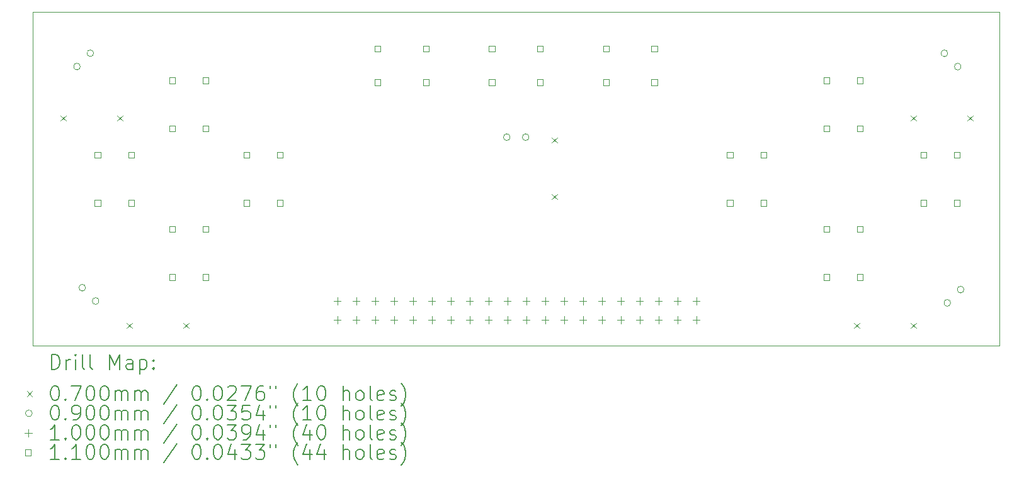
<source format=gbr>
%TF.GenerationSoftware,KiCad,Pcbnew,(6.0.11-0)*%
%TF.CreationDate,2023-02-15T22:41:09-07:00*%
%TF.ProjectId,gamepad,67616d65-7061-4642-9e6b-696361645f70,rev?*%
%TF.SameCoordinates,Original*%
%TF.FileFunction,Drillmap*%
%TF.FilePolarity,Positive*%
%FSLAX45Y45*%
G04 Gerber Fmt 4.5, Leading zero omitted, Abs format (unit mm)*
G04 Created by KiCad (PCBNEW (6.0.11-0)) date 2023-02-15 22:41:09*
%MOMM*%
%LPD*%
G01*
G04 APERTURE LIST*
%ADD10C,0.100000*%
%ADD11C,0.200000*%
%ADD12C,0.070000*%
%ADD13C,0.090000*%
%ADD14C,0.110000*%
G04 APERTURE END LIST*
D10*
X10000000Y-10000000D02*
X23000000Y-10000000D01*
X23000000Y-10000000D02*
X23000000Y-14500000D01*
X23000000Y-14500000D02*
X10000000Y-14500000D01*
X10000000Y-14500000D02*
X10000000Y-10000000D01*
D11*
D12*
X10379000Y-11395000D02*
X10449000Y-11465000D01*
X10449000Y-11395000D02*
X10379000Y-11465000D01*
X11141000Y-11395000D02*
X11211000Y-11465000D01*
X11211000Y-11395000D02*
X11141000Y-11465000D01*
X11268000Y-14189000D02*
X11338000Y-14259000D01*
X11338000Y-14189000D02*
X11268000Y-14259000D01*
X12030000Y-14189000D02*
X12100000Y-14259000D01*
X12100000Y-14189000D02*
X12030000Y-14259000D01*
X16983000Y-11692000D02*
X17053000Y-11762000D01*
X17053000Y-11692000D02*
X16983000Y-11762000D01*
X16983000Y-12454000D02*
X17053000Y-12524000D01*
X17053000Y-12454000D02*
X16983000Y-12524000D01*
X21047000Y-14189000D02*
X21117000Y-14259000D01*
X21117000Y-14189000D02*
X21047000Y-14259000D01*
X21809000Y-11395000D02*
X21879000Y-11465000D01*
X21879000Y-11395000D02*
X21809000Y-11465000D01*
X21809000Y-14189000D02*
X21879000Y-14259000D01*
X21879000Y-14189000D02*
X21809000Y-14259000D01*
X22571000Y-11395000D02*
X22641000Y-11465000D01*
X22641000Y-11395000D02*
X22571000Y-11465000D01*
D13*
X10641830Y-10736862D02*
G75*
G03*
X10641830Y-10736862I-45000J0D01*
G01*
X10713000Y-13716000D02*
G75*
G03*
X10713000Y-13716000I-45000J0D01*
G01*
X10821435Y-10557257D02*
G75*
G03*
X10821435Y-10557257I-45000J0D01*
G01*
X10892605Y-13895605D02*
G75*
G03*
X10892605Y-13895605I-45000J0D01*
G01*
X16420000Y-11688000D02*
G75*
G03*
X16420000Y-11688000I-45000J0D01*
G01*
X16674000Y-11688000D02*
G75*
G03*
X16674000Y-11688000I-45000J0D01*
G01*
X22303308Y-10558437D02*
G75*
G03*
X22303308Y-10558437I-45000J0D01*
G01*
X22342191Y-13921090D02*
G75*
G03*
X22342191Y-13921090I-45000J0D01*
G01*
X22482913Y-10738042D02*
G75*
G03*
X22482913Y-10738042I-45000J0D01*
G01*
X22521796Y-13741485D02*
G75*
G03*
X22521796Y-13741485I-45000J0D01*
G01*
D10*
X14096500Y-13847119D02*
X14096500Y-13947119D01*
X14046500Y-13897119D02*
X14146500Y-13897119D01*
X14096500Y-14101119D02*
X14096500Y-14201119D01*
X14046500Y-14151119D02*
X14146500Y-14151119D01*
X14350500Y-13847119D02*
X14350500Y-13947119D01*
X14300500Y-13897119D02*
X14400500Y-13897119D01*
X14350500Y-14101119D02*
X14350500Y-14201119D01*
X14300500Y-14151119D02*
X14400500Y-14151119D01*
X14604500Y-13847119D02*
X14604500Y-13947119D01*
X14554500Y-13897119D02*
X14654500Y-13897119D01*
X14604500Y-14101119D02*
X14604500Y-14201119D01*
X14554500Y-14151119D02*
X14654500Y-14151119D01*
X14858500Y-13847119D02*
X14858500Y-13947119D01*
X14808500Y-13897119D02*
X14908500Y-13897119D01*
X14858500Y-14101119D02*
X14858500Y-14201119D01*
X14808500Y-14151119D02*
X14908500Y-14151119D01*
X15112500Y-13847119D02*
X15112500Y-13947119D01*
X15062500Y-13897119D02*
X15162500Y-13897119D01*
X15112500Y-14101119D02*
X15112500Y-14201119D01*
X15062500Y-14151119D02*
X15162500Y-14151119D01*
X15366500Y-13847119D02*
X15366500Y-13947119D01*
X15316500Y-13897119D02*
X15416500Y-13897119D01*
X15366500Y-14101119D02*
X15366500Y-14201119D01*
X15316500Y-14151119D02*
X15416500Y-14151119D01*
X15620500Y-13847119D02*
X15620500Y-13947119D01*
X15570500Y-13897119D02*
X15670500Y-13897119D01*
X15620500Y-14101119D02*
X15620500Y-14201119D01*
X15570500Y-14151119D02*
X15670500Y-14151119D01*
X15874500Y-13847119D02*
X15874500Y-13947119D01*
X15824500Y-13897119D02*
X15924500Y-13897119D01*
X15874500Y-14101119D02*
X15874500Y-14201119D01*
X15824500Y-14151119D02*
X15924500Y-14151119D01*
X16128500Y-13847119D02*
X16128500Y-13947119D01*
X16078500Y-13897119D02*
X16178500Y-13897119D01*
X16128500Y-14101119D02*
X16128500Y-14201119D01*
X16078500Y-14151119D02*
X16178500Y-14151119D01*
X16382500Y-13847119D02*
X16382500Y-13947119D01*
X16332500Y-13897119D02*
X16432500Y-13897119D01*
X16382500Y-14101119D02*
X16382500Y-14201119D01*
X16332500Y-14151119D02*
X16432500Y-14151119D01*
X16636500Y-13847119D02*
X16636500Y-13947119D01*
X16586500Y-13897119D02*
X16686500Y-13897119D01*
X16636500Y-14101119D02*
X16636500Y-14201119D01*
X16586500Y-14151119D02*
X16686500Y-14151119D01*
X16890500Y-13847119D02*
X16890500Y-13947119D01*
X16840500Y-13897119D02*
X16940500Y-13897119D01*
X16890500Y-14101119D02*
X16890500Y-14201119D01*
X16840500Y-14151119D02*
X16940500Y-14151119D01*
X17144500Y-13847119D02*
X17144500Y-13947119D01*
X17094500Y-13897119D02*
X17194500Y-13897119D01*
X17144500Y-14101119D02*
X17144500Y-14201119D01*
X17094500Y-14151119D02*
X17194500Y-14151119D01*
X17398500Y-13847119D02*
X17398500Y-13947119D01*
X17348500Y-13897119D02*
X17448500Y-13897119D01*
X17398500Y-14101119D02*
X17398500Y-14201119D01*
X17348500Y-14151119D02*
X17448500Y-14151119D01*
X17652500Y-13847119D02*
X17652500Y-13947119D01*
X17602500Y-13897119D02*
X17702500Y-13897119D01*
X17652500Y-14101119D02*
X17652500Y-14201119D01*
X17602500Y-14151119D02*
X17702500Y-14151119D01*
X17906500Y-13847119D02*
X17906500Y-13947119D01*
X17856500Y-13897119D02*
X17956500Y-13897119D01*
X17906500Y-14101119D02*
X17906500Y-14201119D01*
X17856500Y-14151119D02*
X17956500Y-14151119D01*
X18160500Y-13847119D02*
X18160500Y-13947119D01*
X18110500Y-13897119D02*
X18210500Y-13897119D01*
X18160500Y-14101119D02*
X18160500Y-14201119D01*
X18110500Y-14151119D02*
X18210500Y-14151119D01*
X18414500Y-13847119D02*
X18414500Y-13947119D01*
X18364500Y-13897119D02*
X18464500Y-13897119D01*
X18414500Y-14101119D02*
X18414500Y-14201119D01*
X18364500Y-14151119D02*
X18464500Y-14151119D01*
X18668500Y-13847119D02*
X18668500Y-13947119D01*
X18618500Y-13897119D02*
X18718500Y-13897119D01*
X18668500Y-14101119D02*
X18668500Y-14201119D01*
X18618500Y-14151119D02*
X18718500Y-14151119D01*
X18922500Y-13847119D02*
X18922500Y-13947119D01*
X18872500Y-13897119D02*
X18972500Y-13897119D01*
X18922500Y-14101119D02*
X18922500Y-14201119D01*
X18872500Y-14151119D02*
X18972500Y-14151119D01*
D14*
X10913891Y-11963891D02*
X10913891Y-11886109D01*
X10836109Y-11886109D01*
X10836109Y-11963891D01*
X10913891Y-11963891D01*
X10913891Y-12613891D02*
X10913891Y-12536109D01*
X10836109Y-12536109D01*
X10836109Y-12613891D01*
X10913891Y-12613891D01*
X11363891Y-11963891D02*
X11363891Y-11886109D01*
X11286109Y-11886109D01*
X11286109Y-11963891D01*
X11363891Y-11963891D01*
X11363891Y-12613891D02*
X11363891Y-12536109D01*
X11286109Y-12536109D01*
X11286109Y-12613891D01*
X11363891Y-12613891D01*
X11913891Y-10963891D02*
X11913891Y-10886109D01*
X11836109Y-10886109D01*
X11836109Y-10963891D01*
X11913891Y-10963891D01*
X11913891Y-11613891D02*
X11913891Y-11536109D01*
X11836109Y-11536109D01*
X11836109Y-11613891D01*
X11913891Y-11613891D01*
X11913891Y-12963891D02*
X11913891Y-12886109D01*
X11836109Y-12886109D01*
X11836109Y-12963891D01*
X11913891Y-12963891D01*
X11913891Y-13613891D02*
X11913891Y-13536109D01*
X11836109Y-13536109D01*
X11836109Y-13613891D01*
X11913891Y-13613891D01*
X12363891Y-10963891D02*
X12363891Y-10886109D01*
X12286109Y-10886109D01*
X12286109Y-10963891D01*
X12363891Y-10963891D01*
X12363891Y-11613891D02*
X12363891Y-11536109D01*
X12286109Y-11536109D01*
X12286109Y-11613891D01*
X12363891Y-11613891D01*
X12363891Y-12963891D02*
X12363891Y-12886109D01*
X12286109Y-12886109D01*
X12286109Y-12963891D01*
X12363891Y-12963891D01*
X12363891Y-13613891D02*
X12363891Y-13536109D01*
X12286109Y-13536109D01*
X12286109Y-13613891D01*
X12363891Y-13613891D01*
X12913891Y-11963891D02*
X12913891Y-11886109D01*
X12836109Y-11886109D01*
X12836109Y-11963891D01*
X12913891Y-11963891D01*
X12913891Y-12613891D02*
X12913891Y-12536109D01*
X12836109Y-12536109D01*
X12836109Y-12613891D01*
X12913891Y-12613891D01*
X13363891Y-11963891D02*
X13363891Y-11886109D01*
X13286109Y-11886109D01*
X13286109Y-11963891D01*
X13363891Y-11963891D01*
X13363891Y-12613891D02*
X13363891Y-12536109D01*
X13286109Y-12536109D01*
X13286109Y-12613891D01*
X13363891Y-12613891D01*
X14679891Y-10538891D02*
X14679891Y-10461109D01*
X14602109Y-10461109D01*
X14602109Y-10538891D01*
X14679891Y-10538891D01*
X14679891Y-10988891D02*
X14679891Y-10911109D01*
X14602109Y-10911109D01*
X14602109Y-10988891D01*
X14679891Y-10988891D01*
X15329891Y-10538891D02*
X15329891Y-10461109D01*
X15252109Y-10461109D01*
X15252109Y-10538891D01*
X15329891Y-10538891D01*
X15329891Y-10988891D02*
X15329891Y-10911109D01*
X15252109Y-10911109D01*
X15252109Y-10988891D01*
X15329891Y-10988891D01*
X16213891Y-10538891D02*
X16213891Y-10461109D01*
X16136109Y-10461109D01*
X16136109Y-10538891D01*
X16213891Y-10538891D01*
X16213891Y-10988891D02*
X16213891Y-10911109D01*
X16136109Y-10911109D01*
X16136109Y-10988891D01*
X16213891Y-10988891D01*
X16863891Y-10538891D02*
X16863891Y-10461109D01*
X16786109Y-10461109D01*
X16786109Y-10538891D01*
X16863891Y-10538891D01*
X16863891Y-10988891D02*
X16863891Y-10911109D01*
X16786109Y-10911109D01*
X16786109Y-10988891D01*
X16863891Y-10988891D01*
X17747891Y-10538891D02*
X17747891Y-10461109D01*
X17670109Y-10461109D01*
X17670109Y-10538891D01*
X17747891Y-10538891D01*
X17747891Y-10988891D02*
X17747891Y-10911109D01*
X17670109Y-10911109D01*
X17670109Y-10988891D01*
X17747891Y-10988891D01*
X18397891Y-10538891D02*
X18397891Y-10461109D01*
X18320109Y-10461109D01*
X18320109Y-10538891D01*
X18397891Y-10538891D01*
X18397891Y-10988891D02*
X18397891Y-10911109D01*
X18320109Y-10911109D01*
X18320109Y-10988891D01*
X18397891Y-10988891D01*
X19413891Y-11963891D02*
X19413891Y-11886109D01*
X19336109Y-11886109D01*
X19336109Y-11963891D01*
X19413891Y-11963891D01*
X19413891Y-12613891D02*
X19413891Y-12536109D01*
X19336109Y-12536109D01*
X19336109Y-12613891D01*
X19413891Y-12613891D01*
X19863891Y-11963891D02*
X19863891Y-11886109D01*
X19786109Y-11886109D01*
X19786109Y-11963891D01*
X19863891Y-11963891D01*
X19863891Y-12613891D02*
X19863891Y-12536109D01*
X19786109Y-12536109D01*
X19786109Y-12613891D01*
X19863891Y-12613891D01*
X20713891Y-10963891D02*
X20713891Y-10886109D01*
X20636109Y-10886109D01*
X20636109Y-10963891D01*
X20713891Y-10963891D01*
X20713891Y-11613891D02*
X20713891Y-11536109D01*
X20636109Y-11536109D01*
X20636109Y-11613891D01*
X20713891Y-11613891D01*
X20713891Y-12963891D02*
X20713891Y-12886109D01*
X20636109Y-12886109D01*
X20636109Y-12963891D01*
X20713891Y-12963891D01*
X20713891Y-13613891D02*
X20713891Y-13536109D01*
X20636109Y-13536109D01*
X20636109Y-13613891D01*
X20713891Y-13613891D01*
X21163891Y-10963891D02*
X21163891Y-10886109D01*
X21086109Y-10886109D01*
X21086109Y-10963891D01*
X21163891Y-10963891D01*
X21163891Y-11613891D02*
X21163891Y-11536109D01*
X21086109Y-11536109D01*
X21086109Y-11613891D01*
X21163891Y-11613891D01*
X21163891Y-12963891D02*
X21163891Y-12886109D01*
X21086109Y-12886109D01*
X21086109Y-12963891D01*
X21163891Y-12963891D01*
X21163891Y-13613891D02*
X21163891Y-13536109D01*
X21086109Y-13536109D01*
X21086109Y-13613891D01*
X21163891Y-13613891D01*
X22013891Y-11963891D02*
X22013891Y-11886109D01*
X21936109Y-11886109D01*
X21936109Y-11963891D01*
X22013891Y-11963891D01*
X22013891Y-12613891D02*
X22013891Y-12536109D01*
X21936109Y-12536109D01*
X21936109Y-12613891D01*
X22013891Y-12613891D01*
X22463891Y-11963891D02*
X22463891Y-11886109D01*
X22386109Y-11886109D01*
X22386109Y-11963891D01*
X22463891Y-11963891D01*
X22463891Y-12613891D02*
X22463891Y-12536109D01*
X22386109Y-12536109D01*
X22386109Y-12613891D01*
X22463891Y-12613891D01*
D11*
X10252619Y-14815476D02*
X10252619Y-14615476D01*
X10300238Y-14615476D01*
X10328810Y-14625000D01*
X10347857Y-14644048D01*
X10357381Y-14663095D01*
X10366905Y-14701190D01*
X10366905Y-14729762D01*
X10357381Y-14767857D01*
X10347857Y-14786905D01*
X10328810Y-14805952D01*
X10300238Y-14815476D01*
X10252619Y-14815476D01*
X10452619Y-14815476D02*
X10452619Y-14682143D01*
X10452619Y-14720238D02*
X10462143Y-14701190D01*
X10471667Y-14691667D01*
X10490714Y-14682143D01*
X10509762Y-14682143D01*
X10576429Y-14815476D02*
X10576429Y-14682143D01*
X10576429Y-14615476D02*
X10566905Y-14625000D01*
X10576429Y-14634524D01*
X10585952Y-14625000D01*
X10576429Y-14615476D01*
X10576429Y-14634524D01*
X10700238Y-14815476D02*
X10681190Y-14805952D01*
X10671667Y-14786905D01*
X10671667Y-14615476D01*
X10805000Y-14815476D02*
X10785952Y-14805952D01*
X10776429Y-14786905D01*
X10776429Y-14615476D01*
X11033571Y-14815476D02*
X11033571Y-14615476D01*
X11100238Y-14758333D01*
X11166905Y-14615476D01*
X11166905Y-14815476D01*
X11347857Y-14815476D02*
X11347857Y-14710714D01*
X11338333Y-14691667D01*
X11319286Y-14682143D01*
X11281190Y-14682143D01*
X11262143Y-14691667D01*
X11347857Y-14805952D02*
X11328809Y-14815476D01*
X11281190Y-14815476D01*
X11262143Y-14805952D01*
X11252619Y-14786905D01*
X11252619Y-14767857D01*
X11262143Y-14748809D01*
X11281190Y-14739286D01*
X11328809Y-14739286D01*
X11347857Y-14729762D01*
X11443095Y-14682143D02*
X11443095Y-14882143D01*
X11443095Y-14691667D02*
X11462143Y-14682143D01*
X11500238Y-14682143D01*
X11519286Y-14691667D01*
X11528809Y-14701190D01*
X11538333Y-14720238D01*
X11538333Y-14777381D01*
X11528809Y-14796428D01*
X11519286Y-14805952D01*
X11500238Y-14815476D01*
X11462143Y-14815476D01*
X11443095Y-14805952D01*
X11624048Y-14796428D02*
X11633571Y-14805952D01*
X11624048Y-14815476D01*
X11614524Y-14805952D01*
X11624048Y-14796428D01*
X11624048Y-14815476D01*
X11624048Y-14691667D02*
X11633571Y-14701190D01*
X11624048Y-14710714D01*
X11614524Y-14701190D01*
X11624048Y-14691667D01*
X11624048Y-14710714D01*
D12*
X9925000Y-15110000D02*
X9995000Y-15180000D01*
X9995000Y-15110000D02*
X9925000Y-15180000D01*
D11*
X10290714Y-15035476D02*
X10309762Y-15035476D01*
X10328810Y-15045000D01*
X10338333Y-15054524D01*
X10347857Y-15073571D01*
X10357381Y-15111667D01*
X10357381Y-15159286D01*
X10347857Y-15197381D01*
X10338333Y-15216428D01*
X10328810Y-15225952D01*
X10309762Y-15235476D01*
X10290714Y-15235476D01*
X10271667Y-15225952D01*
X10262143Y-15216428D01*
X10252619Y-15197381D01*
X10243095Y-15159286D01*
X10243095Y-15111667D01*
X10252619Y-15073571D01*
X10262143Y-15054524D01*
X10271667Y-15045000D01*
X10290714Y-15035476D01*
X10443095Y-15216428D02*
X10452619Y-15225952D01*
X10443095Y-15235476D01*
X10433571Y-15225952D01*
X10443095Y-15216428D01*
X10443095Y-15235476D01*
X10519286Y-15035476D02*
X10652619Y-15035476D01*
X10566905Y-15235476D01*
X10766905Y-15035476D02*
X10785952Y-15035476D01*
X10805000Y-15045000D01*
X10814524Y-15054524D01*
X10824048Y-15073571D01*
X10833571Y-15111667D01*
X10833571Y-15159286D01*
X10824048Y-15197381D01*
X10814524Y-15216428D01*
X10805000Y-15225952D01*
X10785952Y-15235476D01*
X10766905Y-15235476D01*
X10747857Y-15225952D01*
X10738333Y-15216428D01*
X10728810Y-15197381D01*
X10719286Y-15159286D01*
X10719286Y-15111667D01*
X10728810Y-15073571D01*
X10738333Y-15054524D01*
X10747857Y-15045000D01*
X10766905Y-15035476D01*
X10957381Y-15035476D02*
X10976429Y-15035476D01*
X10995476Y-15045000D01*
X11005000Y-15054524D01*
X11014524Y-15073571D01*
X11024048Y-15111667D01*
X11024048Y-15159286D01*
X11014524Y-15197381D01*
X11005000Y-15216428D01*
X10995476Y-15225952D01*
X10976429Y-15235476D01*
X10957381Y-15235476D01*
X10938333Y-15225952D01*
X10928810Y-15216428D01*
X10919286Y-15197381D01*
X10909762Y-15159286D01*
X10909762Y-15111667D01*
X10919286Y-15073571D01*
X10928810Y-15054524D01*
X10938333Y-15045000D01*
X10957381Y-15035476D01*
X11109762Y-15235476D02*
X11109762Y-15102143D01*
X11109762Y-15121190D02*
X11119286Y-15111667D01*
X11138333Y-15102143D01*
X11166905Y-15102143D01*
X11185952Y-15111667D01*
X11195476Y-15130714D01*
X11195476Y-15235476D01*
X11195476Y-15130714D02*
X11205000Y-15111667D01*
X11224048Y-15102143D01*
X11252619Y-15102143D01*
X11271667Y-15111667D01*
X11281190Y-15130714D01*
X11281190Y-15235476D01*
X11376428Y-15235476D02*
X11376428Y-15102143D01*
X11376428Y-15121190D02*
X11385952Y-15111667D01*
X11405000Y-15102143D01*
X11433571Y-15102143D01*
X11452619Y-15111667D01*
X11462143Y-15130714D01*
X11462143Y-15235476D01*
X11462143Y-15130714D02*
X11471667Y-15111667D01*
X11490714Y-15102143D01*
X11519286Y-15102143D01*
X11538333Y-15111667D01*
X11547857Y-15130714D01*
X11547857Y-15235476D01*
X11938333Y-15025952D02*
X11766905Y-15283095D01*
X12195476Y-15035476D02*
X12214524Y-15035476D01*
X12233571Y-15045000D01*
X12243095Y-15054524D01*
X12252619Y-15073571D01*
X12262143Y-15111667D01*
X12262143Y-15159286D01*
X12252619Y-15197381D01*
X12243095Y-15216428D01*
X12233571Y-15225952D01*
X12214524Y-15235476D01*
X12195476Y-15235476D01*
X12176428Y-15225952D01*
X12166905Y-15216428D01*
X12157381Y-15197381D01*
X12147857Y-15159286D01*
X12147857Y-15111667D01*
X12157381Y-15073571D01*
X12166905Y-15054524D01*
X12176428Y-15045000D01*
X12195476Y-15035476D01*
X12347857Y-15216428D02*
X12357381Y-15225952D01*
X12347857Y-15235476D01*
X12338333Y-15225952D01*
X12347857Y-15216428D01*
X12347857Y-15235476D01*
X12481190Y-15035476D02*
X12500238Y-15035476D01*
X12519286Y-15045000D01*
X12528809Y-15054524D01*
X12538333Y-15073571D01*
X12547857Y-15111667D01*
X12547857Y-15159286D01*
X12538333Y-15197381D01*
X12528809Y-15216428D01*
X12519286Y-15225952D01*
X12500238Y-15235476D01*
X12481190Y-15235476D01*
X12462143Y-15225952D01*
X12452619Y-15216428D01*
X12443095Y-15197381D01*
X12433571Y-15159286D01*
X12433571Y-15111667D01*
X12443095Y-15073571D01*
X12452619Y-15054524D01*
X12462143Y-15045000D01*
X12481190Y-15035476D01*
X12624048Y-15054524D02*
X12633571Y-15045000D01*
X12652619Y-15035476D01*
X12700238Y-15035476D01*
X12719286Y-15045000D01*
X12728809Y-15054524D01*
X12738333Y-15073571D01*
X12738333Y-15092619D01*
X12728809Y-15121190D01*
X12614524Y-15235476D01*
X12738333Y-15235476D01*
X12805000Y-15035476D02*
X12938333Y-15035476D01*
X12852619Y-15235476D01*
X13100238Y-15035476D02*
X13062143Y-15035476D01*
X13043095Y-15045000D01*
X13033571Y-15054524D01*
X13014524Y-15083095D01*
X13005000Y-15121190D01*
X13005000Y-15197381D01*
X13014524Y-15216428D01*
X13024048Y-15225952D01*
X13043095Y-15235476D01*
X13081190Y-15235476D01*
X13100238Y-15225952D01*
X13109762Y-15216428D01*
X13119286Y-15197381D01*
X13119286Y-15149762D01*
X13109762Y-15130714D01*
X13100238Y-15121190D01*
X13081190Y-15111667D01*
X13043095Y-15111667D01*
X13024048Y-15121190D01*
X13014524Y-15130714D01*
X13005000Y-15149762D01*
X13195476Y-15035476D02*
X13195476Y-15073571D01*
X13271667Y-15035476D02*
X13271667Y-15073571D01*
X13566905Y-15311667D02*
X13557381Y-15302143D01*
X13538333Y-15273571D01*
X13528809Y-15254524D01*
X13519286Y-15225952D01*
X13509762Y-15178333D01*
X13509762Y-15140238D01*
X13519286Y-15092619D01*
X13528809Y-15064048D01*
X13538333Y-15045000D01*
X13557381Y-15016428D01*
X13566905Y-15006905D01*
X13747857Y-15235476D02*
X13633571Y-15235476D01*
X13690714Y-15235476D02*
X13690714Y-15035476D01*
X13671667Y-15064048D01*
X13652619Y-15083095D01*
X13633571Y-15092619D01*
X13871667Y-15035476D02*
X13890714Y-15035476D01*
X13909762Y-15045000D01*
X13919286Y-15054524D01*
X13928809Y-15073571D01*
X13938333Y-15111667D01*
X13938333Y-15159286D01*
X13928809Y-15197381D01*
X13919286Y-15216428D01*
X13909762Y-15225952D01*
X13890714Y-15235476D01*
X13871667Y-15235476D01*
X13852619Y-15225952D01*
X13843095Y-15216428D01*
X13833571Y-15197381D01*
X13824048Y-15159286D01*
X13824048Y-15111667D01*
X13833571Y-15073571D01*
X13843095Y-15054524D01*
X13852619Y-15045000D01*
X13871667Y-15035476D01*
X14176428Y-15235476D02*
X14176428Y-15035476D01*
X14262143Y-15235476D02*
X14262143Y-15130714D01*
X14252619Y-15111667D01*
X14233571Y-15102143D01*
X14205000Y-15102143D01*
X14185952Y-15111667D01*
X14176428Y-15121190D01*
X14385952Y-15235476D02*
X14366905Y-15225952D01*
X14357381Y-15216428D01*
X14347857Y-15197381D01*
X14347857Y-15140238D01*
X14357381Y-15121190D01*
X14366905Y-15111667D01*
X14385952Y-15102143D01*
X14414524Y-15102143D01*
X14433571Y-15111667D01*
X14443095Y-15121190D01*
X14452619Y-15140238D01*
X14452619Y-15197381D01*
X14443095Y-15216428D01*
X14433571Y-15225952D01*
X14414524Y-15235476D01*
X14385952Y-15235476D01*
X14566905Y-15235476D02*
X14547857Y-15225952D01*
X14538333Y-15206905D01*
X14538333Y-15035476D01*
X14719286Y-15225952D02*
X14700238Y-15235476D01*
X14662143Y-15235476D01*
X14643095Y-15225952D01*
X14633571Y-15206905D01*
X14633571Y-15130714D01*
X14643095Y-15111667D01*
X14662143Y-15102143D01*
X14700238Y-15102143D01*
X14719286Y-15111667D01*
X14728809Y-15130714D01*
X14728809Y-15149762D01*
X14633571Y-15168809D01*
X14805000Y-15225952D02*
X14824048Y-15235476D01*
X14862143Y-15235476D01*
X14881190Y-15225952D01*
X14890714Y-15206905D01*
X14890714Y-15197381D01*
X14881190Y-15178333D01*
X14862143Y-15168809D01*
X14833571Y-15168809D01*
X14814524Y-15159286D01*
X14805000Y-15140238D01*
X14805000Y-15130714D01*
X14814524Y-15111667D01*
X14833571Y-15102143D01*
X14862143Y-15102143D01*
X14881190Y-15111667D01*
X14957381Y-15311667D02*
X14966905Y-15302143D01*
X14985952Y-15273571D01*
X14995476Y-15254524D01*
X15005000Y-15225952D01*
X15014524Y-15178333D01*
X15014524Y-15140238D01*
X15005000Y-15092619D01*
X14995476Y-15064048D01*
X14985952Y-15045000D01*
X14966905Y-15016428D01*
X14957381Y-15006905D01*
D13*
X9995000Y-15409000D02*
G75*
G03*
X9995000Y-15409000I-45000J0D01*
G01*
D11*
X10290714Y-15299476D02*
X10309762Y-15299476D01*
X10328810Y-15309000D01*
X10338333Y-15318524D01*
X10347857Y-15337571D01*
X10357381Y-15375667D01*
X10357381Y-15423286D01*
X10347857Y-15461381D01*
X10338333Y-15480428D01*
X10328810Y-15489952D01*
X10309762Y-15499476D01*
X10290714Y-15499476D01*
X10271667Y-15489952D01*
X10262143Y-15480428D01*
X10252619Y-15461381D01*
X10243095Y-15423286D01*
X10243095Y-15375667D01*
X10252619Y-15337571D01*
X10262143Y-15318524D01*
X10271667Y-15309000D01*
X10290714Y-15299476D01*
X10443095Y-15480428D02*
X10452619Y-15489952D01*
X10443095Y-15499476D01*
X10433571Y-15489952D01*
X10443095Y-15480428D01*
X10443095Y-15499476D01*
X10547857Y-15499476D02*
X10585952Y-15499476D01*
X10605000Y-15489952D01*
X10614524Y-15480428D01*
X10633571Y-15451857D01*
X10643095Y-15413762D01*
X10643095Y-15337571D01*
X10633571Y-15318524D01*
X10624048Y-15309000D01*
X10605000Y-15299476D01*
X10566905Y-15299476D01*
X10547857Y-15309000D01*
X10538333Y-15318524D01*
X10528810Y-15337571D01*
X10528810Y-15385190D01*
X10538333Y-15404238D01*
X10547857Y-15413762D01*
X10566905Y-15423286D01*
X10605000Y-15423286D01*
X10624048Y-15413762D01*
X10633571Y-15404238D01*
X10643095Y-15385190D01*
X10766905Y-15299476D02*
X10785952Y-15299476D01*
X10805000Y-15309000D01*
X10814524Y-15318524D01*
X10824048Y-15337571D01*
X10833571Y-15375667D01*
X10833571Y-15423286D01*
X10824048Y-15461381D01*
X10814524Y-15480428D01*
X10805000Y-15489952D01*
X10785952Y-15499476D01*
X10766905Y-15499476D01*
X10747857Y-15489952D01*
X10738333Y-15480428D01*
X10728810Y-15461381D01*
X10719286Y-15423286D01*
X10719286Y-15375667D01*
X10728810Y-15337571D01*
X10738333Y-15318524D01*
X10747857Y-15309000D01*
X10766905Y-15299476D01*
X10957381Y-15299476D02*
X10976429Y-15299476D01*
X10995476Y-15309000D01*
X11005000Y-15318524D01*
X11014524Y-15337571D01*
X11024048Y-15375667D01*
X11024048Y-15423286D01*
X11014524Y-15461381D01*
X11005000Y-15480428D01*
X10995476Y-15489952D01*
X10976429Y-15499476D01*
X10957381Y-15499476D01*
X10938333Y-15489952D01*
X10928810Y-15480428D01*
X10919286Y-15461381D01*
X10909762Y-15423286D01*
X10909762Y-15375667D01*
X10919286Y-15337571D01*
X10928810Y-15318524D01*
X10938333Y-15309000D01*
X10957381Y-15299476D01*
X11109762Y-15499476D02*
X11109762Y-15366143D01*
X11109762Y-15385190D02*
X11119286Y-15375667D01*
X11138333Y-15366143D01*
X11166905Y-15366143D01*
X11185952Y-15375667D01*
X11195476Y-15394714D01*
X11195476Y-15499476D01*
X11195476Y-15394714D02*
X11205000Y-15375667D01*
X11224048Y-15366143D01*
X11252619Y-15366143D01*
X11271667Y-15375667D01*
X11281190Y-15394714D01*
X11281190Y-15499476D01*
X11376428Y-15499476D02*
X11376428Y-15366143D01*
X11376428Y-15385190D02*
X11385952Y-15375667D01*
X11405000Y-15366143D01*
X11433571Y-15366143D01*
X11452619Y-15375667D01*
X11462143Y-15394714D01*
X11462143Y-15499476D01*
X11462143Y-15394714D02*
X11471667Y-15375667D01*
X11490714Y-15366143D01*
X11519286Y-15366143D01*
X11538333Y-15375667D01*
X11547857Y-15394714D01*
X11547857Y-15499476D01*
X11938333Y-15289952D02*
X11766905Y-15547095D01*
X12195476Y-15299476D02*
X12214524Y-15299476D01*
X12233571Y-15309000D01*
X12243095Y-15318524D01*
X12252619Y-15337571D01*
X12262143Y-15375667D01*
X12262143Y-15423286D01*
X12252619Y-15461381D01*
X12243095Y-15480428D01*
X12233571Y-15489952D01*
X12214524Y-15499476D01*
X12195476Y-15499476D01*
X12176428Y-15489952D01*
X12166905Y-15480428D01*
X12157381Y-15461381D01*
X12147857Y-15423286D01*
X12147857Y-15375667D01*
X12157381Y-15337571D01*
X12166905Y-15318524D01*
X12176428Y-15309000D01*
X12195476Y-15299476D01*
X12347857Y-15480428D02*
X12357381Y-15489952D01*
X12347857Y-15499476D01*
X12338333Y-15489952D01*
X12347857Y-15480428D01*
X12347857Y-15499476D01*
X12481190Y-15299476D02*
X12500238Y-15299476D01*
X12519286Y-15309000D01*
X12528809Y-15318524D01*
X12538333Y-15337571D01*
X12547857Y-15375667D01*
X12547857Y-15423286D01*
X12538333Y-15461381D01*
X12528809Y-15480428D01*
X12519286Y-15489952D01*
X12500238Y-15499476D01*
X12481190Y-15499476D01*
X12462143Y-15489952D01*
X12452619Y-15480428D01*
X12443095Y-15461381D01*
X12433571Y-15423286D01*
X12433571Y-15375667D01*
X12443095Y-15337571D01*
X12452619Y-15318524D01*
X12462143Y-15309000D01*
X12481190Y-15299476D01*
X12614524Y-15299476D02*
X12738333Y-15299476D01*
X12671667Y-15375667D01*
X12700238Y-15375667D01*
X12719286Y-15385190D01*
X12728809Y-15394714D01*
X12738333Y-15413762D01*
X12738333Y-15461381D01*
X12728809Y-15480428D01*
X12719286Y-15489952D01*
X12700238Y-15499476D01*
X12643095Y-15499476D01*
X12624048Y-15489952D01*
X12614524Y-15480428D01*
X12919286Y-15299476D02*
X12824048Y-15299476D01*
X12814524Y-15394714D01*
X12824048Y-15385190D01*
X12843095Y-15375667D01*
X12890714Y-15375667D01*
X12909762Y-15385190D01*
X12919286Y-15394714D01*
X12928809Y-15413762D01*
X12928809Y-15461381D01*
X12919286Y-15480428D01*
X12909762Y-15489952D01*
X12890714Y-15499476D01*
X12843095Y-15499476D01*
X12824048Y-15489952D01*
X12814524Y-15480428D01*
X13100238Y-15366143D02*
X13100238Y-15499476D01*
X13052619Y-15289952D02*
X13005000Y-15432809D01*
X13128809Y-15432809D01*
X13195476Y-15299476D02*
X13195476Y-15337571D01*
X13271667Y-15299476D02*
X13271667Y-15337571D01*
X13566905Y-15575667D02*
X13557381Y-15566143D01*
X13538333Y-15537571D01*
X13528809Y-15518524D01*
X13519286Y-15489952D01*
X13509762Y-15442333D01*
X13509762Y-15404238D01*
X13519286Y-15356619D01*
X13528809Y-15328048D01*
X13538333Y-15309000D01*
X13557381Y-15280428D01*
X13566905Y-15270905D01*
X13747857Y-15499476D02*
X13633571Y-15499476D01*
X13690714Y-15499476D02*
X13690714Y-15299476D01*
X13671667Y-15328048D01*
X13652619Y-15347095D01*
X13633571Y-15356619D01*
X13871667Y-15299476D02*
X13890714Y-15299476D01*
X13909762Y-15309000D01*
X13919286Y-15318524D01*
X13928809Y-15337571D01*
X13938333Y-15375667D01*
X13938333Y-15423286D01*
X13928809Y-15461381D01*
X13919286Y-15480428D01*
X13909762Y-15489952D01*
X13890714Y-15499476D01*
X13871667Y-15499476D01*
X13852619Y-15489952D01*
X13843095Y-15480428D01*
X13833571Y-15461381D01*
X13824048Y-15423286D01*
X13824048Y-15375667D01*
X13833571Y-15337571D01*
X13843095Y-15318524D01*
X13852619Y-15309000D01*
X13871667Y-15299476D01*
X14176428Y-15499476D02*
X14176428Y-15299476D01*
X14262143Y-15499476D02*
X14262143Y-15394714D01*
X14252619Y-15375667D01*
X14233571Y-15366143D01*
X14205000Y-15366143D01*
X14185952Y-15375667D01*
X14176428Y-15385190D01*
X14385952Y-15499476D02*
X14366905Y-15489952D01*
X14357381Y-15480428D01*
X14347857Y-15461381D01*
X14347857Y-15404238D01*
X14357381Y-15385190D01*
X14366905Y-15375667D01*
X14385952Y-15366143D01*
X14414524Y-15366143D01*
X14433571Y-15375667D01*
X14443095Y-15385190D01*
X14452619Y-15404238D01*
X14452619Y-15461381D01*
X14443095Y-15480428D01*
X14433571Y-15489952D01*
X14414524Y-15499476D01*
X14385952Y-15499476D01*
X14566905Y-15499476D02*
X14547857Y-15489952D01*
X14538333Y-15470905D01*
X14538333Y-15299476D01*
X14719286Y-15489952D02*
X14700238Y-15499476D01*
X14662143Y-15499476D01*
X14643095Y-15489952D01*
X14633571Y-15470905D01*
X14633571Y-15394714D01*
X14643095Y-15375667D01*
X14662143Y-15366143D01*
X14700238Y-15366143D01*
X14719286Y-15375667D01*
X14728809Y-15394714D01*
X14728809Y-15413762D01*
X14633571Y-15432809D01*
X14805000Y-15489952D02*
X14824048Y-15499476D01*
X14862143Y-15499476D01*
X14881190Y-15489952D01*
X14890714Y-15470905D01*
X14890714Y-15461381D01*
X14881190Y-15442333D01*
X14862143Y-15432809D01*
X14833571Y-15432809D01*
X14814524Y-15423286D01*
X14805000Y-15404238D01*
X14805000Y-15394714D01*
X14814524Y-15375667D01*
X14833571Y-15366143D01*
X14862143Y-15366143D01*
X14881190Y-15375667D01*
X14957381Y-15575667D02*
X14966905Y-15566143D01*
X14985952Y-15537571D01*
X14995476Y-15518524D01*
X15005000Y-15489952D01*
X15014524Y-15442333D01*
X15014524Y-15404238D01*
X15005000Y-15356619D01*
X14995476Y-15328048D01*
X14985952Y-15309000D01*
X14966905Y-15280428D01*
X14957381Y-15270905D01*
D10*
X9945000Y-15623000D02*
X9945000Y-15723000D01*
X9895000Y-15673000D02*
X9995000Y-15673000D01*
D11*
X10357381Y-15763476D02*
X10243095Y-15763476D01*
X10300238Y-15763476D02*
X10300238Y-15563476D01*
X10281190Y-15592048D01*
X10262143Y-15611095D01*
X10243095Y-15620619D01*
X10443095Y-15744428D02*
X10452619Y-15753952D01*
X10443095Y-15763476D01*
X10433571Y-15753952D01*
X10443095Y-15744428D01*
X10443095Y-15763476D01*
X10576429Y-15563476D02*
X10595476Y-15563476D01*
X10614524Y-15573000D01*
X10624048Y-15582524D01*
X10633571Y-15601571D01*
X10643095Y-15639667D01*
X10643095Y-15687286D01*
X10633571Y-15725381D01*
X10624048Y-15744428D01*
X10614524Y-15753952D01*
X10595476Y-15763476D01*
X10576429Y-15763476D01*
X10557381Y-15753952D01*
X10547857Y-15744428D01*
X10538333Y-15725381D01*
X10528810Y-15687286D01*
X10528810Y-15639667D01*
X10538333Y-15601571D01*
X10547857Y-15582524D01*
X10557381Y-15573000D01*
X10576429Y-15563476D01*
X10766905Y-15563476D02*
X10785952Y-15563476D01*
X10805000Y-15573000D01*
X10814524Y-15582524D01*
X10824048Y-15601571D01*
X10833571Y-15639667D01*
X10833571Y-15687286D01*
X10824048Y-15725381D01*
X10814524Y-15744428D01*
X10805000Y-15753952D01*
X10785952Y-15763476D01*
X10766905Y-15763476D01*
X10747857Y-15753952D01*
X10738333Y-15744428D01*
X10728810Y-15725381D01*
X10719286Y-15687286D01*
X10719286Y-15639667D01*
X10728810Y-15601571D01*
X10738333Y-15582524D01*
X10747857Y-15573000D01*
X10766905Y-15563476D01*
X10957381Y-15563476D02*
X10976429Y-15563476D01*
X10995476Y-15573000D01*
X11005000Y-15582524D01*
X11014524Y-15601571D01*
X11024048Y-15639667D01*
X11024048Y-15687286D01*
X11014524Y-15725381D01*
X11005000Y-15744428D01*
X10995476Y-15753952D01*
X10976429Y-15763476D01*
X10957381Y-15763476D01*
X10938333Y-15753952D01*
X10928810Y-15744428D01*
X10919286Y-15725381D01*
X10909762Y-15687286D01*
X10909762Y-15639667D01*
X10919286Y-15601571D01*
X10928810Y-15582524D01*
X10938333Y-15573000D01*
X10957381Y-15563476D01*
X11109762Y-15763476D02*
X11109762Y-15630143D01*
X11109762Y-15649190D02*
X11119286Y-15639667D01*
X11138333Y-15630143D01*
X11166905Y-15630143D01*
X11185952Y-15639667D01*
X11195476Y-15658714D01*
X11195476Y-15763476D01*
X11195476Y-15658714D02*
X11205000Y-15639667D01*
X11224048Y-15630143D01*
X11252619Y-15630143D01*
X11271667Y-15639667D01*
X11281190Y-15658714D01*
X11281190Y-15763476D01*
X11376428Y-15763476D02*
X11376428Y-15630143D01*
X11376428Y-15649190D02*
X11385952Y-15639667D01*
X11405000Y-15630143D01*
X11433571Y-15630143D01*
X11452619Y-15639667D01*
X11462143Y-15658714D01*
X11462143Y-15763476D01*
X11462143Y-15658714D02*
X11471667Y-15639667D01*
X11490714Y-15630143D01*
X11519286Y-15630143D01*
X11538333Y-15639667D01*
X11547857Y-15658714D01*
X11547857Y-15763476D01*
X11938333Y-15553952D02*
X11766905Y-15811095D01*
X12195476Y-15563476D02*
X12214524Y-15563476D01*
X12233571Y-15573000D01*
X12243095Y-15582524D01*
X12252619Y-15601571D01*
X12262143Y-15639667D01*
X12262143Y-15687286D01*
X12252619Y-15725381D01*
X12243095Y-15744428D01*
X12233571Y-15753952D01*
X12214524Y-15763476D01*
X12195476Y-15763476D01*
X12176428Y-15753952D01*
X12166905Y-15744428D01*
X12157381Y-15725381D01*
X12147857Y-15687286D01*
X12147857Y-15639667D01*
X12157381Y-15601571D01*
X12166905Y-15582524D01*
X12176428Y-15573000D01*
X12195476Y-15563476D01*
X12347857Y-15744428D02*
X12357381Y-15753952D01*
X12347857Y-15763476D01*
X12338333Y-15753952D01*
X12347857Y-15744428D01*
X12347857Y-15763476D01*
X12481190Y-15563476D02*
X12500238Y-15563476D01*
X12519286Y-15573000D01*
X12528809Y-15582524D01*
X12538333Y-15601571D01*
X12547857Y-15639667D01*
X12547857Y-15687286D01*
X12538333Y-15725381D01*
X12528809Y-15744428D01*
X12519286Y-15753952D01*
X12500238Y-15763476D01*
X12481190Y-15763476D01*
X12462143Y-15753952D01*
X12452619Y-15744428D01*
X12443095Y-15725381D01*
X12433571Y-15687286D01*
X12433571Y-15639667D01*
X12443095Y-15601571D01*
X12452619Y-15582524D01*
X12462143Y-15573000D01*
X12481190Y-15563476D01*
X12614524Y-15563476D02*
X12738333Y-15563476D01*
X12671667Y-15639667D01*
X12700238Y-15639667D01*
X12719286Y-15649190D01*
X12728809Y-15658714D01*
X12738333Y-15677762D01*
X12738333Y-15725381D01*
X12728809Y-15744428D01*
X12719286Y-15753952D01*
X12700238Y-15763476D01*
X12643095Y-15763476D01*
X12624048Y-15753952D01*
X12614524Y-15744428D01*
X12833571Y-15763476D02*
X12871667Y-15763476D01*
X12890714Y-15753952D01*
X12900238Y-15744428D01*
X12919286Y-15715857D01*
X12928809Y-15677762D01*
X12928809Y-15601571D01*
X12919286Y-15582524D01*
X12909762Y-15573000D01*
X12890714Y-15563476D01*
X12852619Y-15563476D01*
X12833571Y-15573000D01*
X12824048Y-15582524D01*
X12814524Y-15601571D01*
X12814524Y-15649190D01*
X12824048Y-15668238D01*
X12833571Y-15677762D01*
X12852619Y-15687286D01*
X12890714Y-15687286D01*
X12909762Y-15677762D01*
X12919286Y-15668238D01*
X12928809Y-15649190D01*
X13100238Y-15630143D02*
X13100238Y-15763476D01*
X13052619Y-15553952D02*
X13005000Y-15696809D01*
X13128809Y-15696809D01*
X13195476Y-15563476D02*
X13195476Y-15601571D01*
X13271667Y-15563476D02*
X13271667Y-15601571D01*
X13566905Y-15839667D02*
X13557381Y-15830143D01*
X13538333Y-15801571D01*
X13528809Y-15782524D01*
X13519286Y-15753952D01*
X13509762Y-15706333D01*
X13509762Y-15668238D01*
X13519286Y-15620619D01*
X13528809Y-15592048D01*
X13538333Y-15573000D01*
X13557381Y-15544428D01*
X13566905Y-15534905D01*
X13728809Y-15630143D02*
X13728809Y-15763476D01*
X13681190Y-15553952D02*
X13633571Y-15696809D01*
X13757381Y-15696809D01*
X13871667Y-15563476D02*
X13890714Y-15563476D01*
X13909762Y-15573000D01*
X13919286Y-15582524D01*
X13928809Y-15601571D01*
X13938333Y-15639667D01*
X13938333Y-15687286D01*
X13928809Y-15725381D01*
X13919286Y-15744428D01*
X13909762Y-15753952D01*
X13890714Y-15763476D01*
X13871667Y-15763476D01*
X13852619Y-15753952D01*
X13843095Y-15744428D01*
X13833571Y-15725381D01*
X13824048Y-15687286D01*
X13824048Y-15639667D01*
X13833571Y-15601571D01*
X13843095Y-15582524D01*
X13852619Y-15573000D01*
X13871667Y-15563476D01*
X14176428Y-15763476D02*
X14176428Y-15563476D01*
X14262143Y-15763476D02*
X14262143Y-15658714D01*
X14252619Y-15639667D01*
X14233571Y-15630143D01*
X14205000Y-15630143D01*
X14185952Y-15639667D01*
X14176428Y-15649190D01*
X14385952Y-15763476D02*
X14366905Y-15753952D01*
X14357381Y-15744428D01*
X14347857Y-15725381D01*
X14347857Y-15668238D01*
X14357381Y-15649190D01*
X14366905Y-15639667D01*
X14385952Y-15630143D01*
X14414524Y-15630143D01*
X14433571Y-15639667D01*
X14443095Y-15649190D01*
X14452619Y-15668238D01*
X14452619Y-15725381D01*
X14443095Y-15744428D01*
X14433571Y-15753952D01*
X14414524Y-15763476D01*
X14385952Y-15763476D01*
X14566905Y-15763476D02*
X14547857Y-15753952D01*
X14538333Y-15734905D01*
X14538333Y-15563476D01*
X14719286Y-15753952D02*
X14700238Y-15763476D01*
X14662143Y-15763476D01*
X14643095Y-15753952D01*
X14633571Y-15734905D01*
X14633571Y-15658714D01*
X14643095Y-15639667D01*
X14662143Y-15630143D01*
X14700238Y-15630143D01*
X14719286Y-15639667D01*
X14728809Y-15658714D01*
X14728809Y-15677762D01*
X14633571Y-15696809D01*
X14805000Y-15753952D02*
X14824048Y-15763476D01*
X14862143Y-15763476D01*
X14881190Y-15753952D01*
X14890714Y-15734905D01*
X14890714Y-15725381D01*
X14881190Y-15706333D01*
X14862143Y-15696809D01*
X14833571Y-15696809D01*
X14814524Y-15687286D01*
X14805000Y-15668238D01*
X14805000Y-15658714D01*
X14814524Y-15639667D01*
X14833571Y-15630143D01*
X14862143Y-15630143D01*
X14881190Y-15639667D01*
X14957381Y-15839667D02*
X14966905Y-15830143D01*
X14985952Y-15801571D01*
X14995476Y-15782524D01*
X15005000Y-15753952D01*
X15014524Y-15706333D01*
X15014524Y-15668238D01*
X15005000Y-15620619D01*
X14995476Y-15592048D01*
X14985952Y-15573000D01*
X14966905Y-15544428D01*
X14957381Y-15534905D01*
D14*
X9978891Y-15975891D02*
X9978891Y-15898109D01*
X9901109Y-15898109D01*
X9901109Y-15975891D01*
X9978891Y-15975891D01*
D11*
X10357381Y-16027476D02*
X10243095Y-16027476D01*
X10300238Y-16027476D02*
X10300238Y-15827476D01*
X10281190Y-15856048D01*
X10262143Y-15875095D01*
X10243095Y-15884619D01*
X10443095Y-16008428D02*
X10452619Y-16017952D01*
X10443095Y-16027476D01*
X10433571Y-16017952D01*
X10443095Y-16008428D01*
X10443095Y-16027476D01*
X10643095Y-16027476D02*
X10528810Y-16027476D01*
X10585952Y-16027476D02*
X10585952Y-15827476D01*
X10566905Y-15856048D01*
X10547857Y-15875095D01*
X10528810Y-15884619D01*
X10766905Y-15827476D02*
X10785952Y-15827476D01*
X10805000Y-15837000D01*
X10814524Y-15846524D01*
X10824048Y-15865571D01*
X10833571Y-15903667D01*
X10833571Y-15951286D01*
X10824048Y-15989381D01*
X10814524Y-16008428D01*
X10805000Y-16017952D01*
X10785952Y-16027476D01*
X10766905Y-16027476D01*
X10747857Y-16017952D01*
X10738333Y-16008428D01*
X10728810Y-15989381D01*
X10719286Y-15951286D01*
X10719286Y-15903667D01*
X10728810Y-15865571D01*
X10738333Y-15846524D01*
X10747857Y-15837000D01*
X10766905Y-15827476D01*
X10957381Y-15827476D02*
X10976429Y-15827476D01*
X10995476Y-15837000D01*
X11005000Y-15846524D01*
X11014524Y-15865571D01*
X11024048Y-15903667D01*
X11024048Y-15951286D01*
X11014524Y-15989381D01*
X11005000Y-16008428D01*
X10995476Y-16017952D01*
X10976429Y-16027476D01*
X10957381Y-16027476D01*
X10938333Y-16017952D01*
X10928810Y-16008428D01*
X10919286Y-15989381D01*
X10909762Y-15951286D01*
X10909762Y-15903667D01*
X10919286Y-15865571D01*
X10928810Y-15846524D01*
X10938333Y-15837000D01*
X10957381Y-15827476D01*
X11109762Y-16027476D02*
X11109762Y-15894143D01*
X11109762Y-15913190D02*
X11119286Y-15903667D01*
X11138333Y-15894143D01*
X11166905Y-15894143D01*
X11185952Y-15903667D01*
X11195476Y-15922714D01*
X11195476Y-16027476D01*
X11195476Y-15922714D02*
X11205000Y-15903667D01*
X11224048Y-15894143D01*
X11252619Y-15894143D01*
X11271667Y-15903667D01*
X11281190Y-15922714D01*
X11281190Y-16027476D01*
X11376428Y-16027476D02*
X11376428Y-15894143D01*
X11376428Y-15913190D02*
X11385952Y-15903667D01*
X11405000Y-15894143D01*
X11433571Y-15894143D01*
X11452619Y-15903667D01*
X11462143Y-15922714D01*
X11462143Y-16027476D01*
X11462143Y-15922714D02*
X11471667Y-15903667D01*
X11490714Y-15894143D01*
X11519286Y-15894143D01*
X11538333Y-15903667D01*
X11547857Y-15922714D01*
X11547857Y-16027476D01*
X11938333Y-15817952D02*
X11766905Y-16075095D01*
X12195476Y-15827476D02*
X12214524Y-15827476D01*
X12233571Y-15837000D01*
X12243095Y-15846524D01*
X12252619Y-15865571D01*
X12262143Y-15903667D01*
X12262143Y-15951286D01*
X12252619Y-15989381D01*
X12243095Y-16008428D01*
X12233571Y-16017952D01*
X12214524Y-16027476D01*
X12195476Y-16027476D01*
X12176428Y-16017952D01*
X12166905Y-16008428D01*
X12157381Y-15989381D01*
X12147857Y-15951286D01*
X12147857Y-15903667D01*
X12157381Y-15865571D01*
X12166905Y-15846524D01*
X12176428Y-15837000D01*
X12195476Y-15827476D01*
X12347857Y-16008428D02*
X12357381Y-16017952D01*
X12347857Y-16027476D01*
X12338333Y-16017952D01*
X12347857Y-16008428D01*
X12347857Y-16027476D01*
X12481190Y-15827476D02*
X12500238Y-15827476D01*
X12519286Y-15837000D01*
X12528809Y-15846524D01*
X12538333Y-15865571D01*
X12547857Y-15903667D01*
X12547857Y-15951286D01*
X12538333Y-15989381D01*
X12528809Y-16008428D01*
X12519286Y-16017952D01*
X12500238Y-16027476D01*
X12481190Y-16027476D01*
X12462143Y-16017952D01*
X12452619Y-16008428D01*
X12443095Y-15989381D01*
X12433571Y-15951286D01*
X12433571Y-15903667D01*
X12443095Y-15865571D01*
X12452619Y-15846524D01*
X12462143Y-15837000D01*
X12481190Y-15827476D01*
X12719286Y-15894143D02*
X12719286Y-16027476D01*
X12671667Y-15817952D02*
X12624048Y-15960809D01*
X12747857Y-15960809D01*
X12805000Y-15827476D02*
X12928809Y-15827476D01*
X12862143Y-15903667D01*
X12890714Y-15903667D01*
X12909762Y-15913190D01*
X12919286Y-15922714D01*
X12928809Y-15941762D01*
X12928809Y-15989381D01*
X12919286Y-16008428D01*
X12909762Y-16017952D01*
X12890714Y-16027476D01*
X12833571Y-16027476D01*
X12814524Y-16017952D01*
X12805000Y-16008428D01*
X12995476Y-15827476D02*
X13119286Y-15827476D01*
X13052619Y-15903667D01*
X13081190Y-15903667D01*
X13100238Y-15913190D01*
X13109762Y-15922714D01*
X13119286Y-15941762D01*
X13119286Y-15989381D01*
X13109762Y-16008428D01*
X13100238Y-16017952D01*
X13081190Y-16027476D01*
X13024048Y-16027476D01*
X13005000Y-16017952D01*
X12995476Y-16008428D01*
X13195476Y-15827476D02*
X13195476Y-15865571D01*
X13271667Y-15827476D02*
X13271667Y-15865571D01*
X13566905Y-16103667D02*
X13557381Y-16094143D01*
X13538333Y-16065571D01*
X13528809Y-16046524D01*
X13519286Y-16017952D01*
X13509762Y-15970333D01*
X13509762Y-15932238D01*
X13519286Y-15884619D01*
X13528809Y-15856048D01*
X13538333Y-15837000D01*
X13557381Y-15808428D01*
X13566905Y-15798905D01*
X13728809Y-15894143D02*
X13728809Y-16027476D01*
X13681190Y-15817952D02*
X13633571Y-15960809D01*
X13757381Y-15960809D01*
X13919286Y-15894143D02*
X13919286Y-16027476D01*
X13871667Y-15817952D02*
X13824048Y-15960809D01*
X13947857Y-15960809D01*
X14176428Y-16027476D02*
X14176428Y-15827476D01*
X14262143Y-16027476D02*
X14262143Y-15922714D01*
X14252619Y-15903667D01*
X14233571Y-15894143D01*
X14205000Y-15894143D01*
X14185952Y-15903667D01*
X14176428Y-15913190D01*
X14385952Y-16027476D02*
X14366905Y-16017952D01*
X14357381Y-16008428D01*
X14347857Y-15989381D01*
X14347857Y-15932238D01*
X14357381Y-15913190D01*
X14366905Y-15903667D01*
X14385952Y-15894143D01*
X14414524Y-15894143D01*
X14433571Y-15903667D01*
X14443095Y-15913190D01*
X14452619Y-15932238D01*
X14452619Y-15989381D01*
X14443095Y-16008428D01*
X14433571Y-16017952D01*
X14414524Y-16027476D01*
X14385952Y-16027476D01*
X14566905Y-16027476D02*
X14547857Y-16017952D01*
X14538333Y-15998905D01*
X14538333Y-15827476D01*
X14719286Y-16017952D02*
X14700238Y-16027476D01*
X14662143Y-16027476D01*
X14643095Y-16017952D01*
X14633571Y-15998905D01*
X14633571Y-15922714D01*
X14643095Y-15903667D01*
X14662143Y-15894143D01*
X14700238Y-15894143D01*
X14719286Y-15903667D01*
X14728809Y-15922714D01*
X14728809Y-15941762D01*
X14633571Y-15960809D01*
X14805000Y-16017952D02*
X14824048Y-16027476D01*
X14862143Y-16027476D01*
X14881190Y-16017952D01*
X14890714Y-15998905D01*
X14890714Y-15989381D01*
X14881190Y-15970333D01*
X14862143Y-15960809D01*
X14833571Y-15960809D01*
X14814524Y-15951286D01*
X14805000Y-15932238D01*
X14805000Y-15922714D01*
X14814524Y-15903667D01*
X14833571Y-15894143D01*
X14862143Y-15894143D01*
X14881190Y-15903667D01*
X14957381Y-16103667D02*
X14966905Y-16094143D01*
X14985952Y-16065571D01*
X14995476Y-16046524D01*
X15005000Y-16017952D01*
X15014524Y-15970333D01*
X15014524Y-15932238D01*
X15005000Y-15884619D01*
X14995476Y-15856048D01*
X14985952Y-15837000D01*
X14966905Y-15808428D01*
X14957381Y-15798905D01*
M02*

</source>
